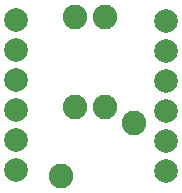
<source format=gbs>
G04 Layer: BottomSolderMaskLayer*
G04 EasyEDA v6.4.17, 2021-02-26T18:21:57--8:00*
G04 8b8fbf476556458dbc2708442f6af73b,8aa2c519e6c9466aa65df0ec0365893d,10*
G04 Gerber Generator version 0.2*
G04 Scale: 100 percent, Rotated: No, Reflected: No *
G04 Dimensions in millimeters *
G04 leading zeros omitted , absolute positions ,4 integer and 5 decimal *
%FSLAX45Y45*%
%MOMM*%

%ADD18C,2.0032*%
%ADD19C,2.0828*%

%LPD*%
D18*
G01*
X1280413Y-1531365D03*
G01*
X1280413Y-1785365D03*
G01*
X1280413Y-2039365D03*
G01*
X1280413Y-2293365D03*
G01*
X1280413Y-2547365D03*
G01*
X1280413Y-2801365D03*
D19*
G01*
X2029713Y-2264918D03*
G01*
X2029713Y-1502918D03*
G01*
X1775713Y-2264918D03*
G01*
X1775713Y-1502918D03*
G01*
X1660270Y-2852851D03*
G01*
X2276729Y-2404948D03*
D18*
G01*
X2552700Y-2552700D03*
G01*
X2552700Y-2806700D03*
G01*
X2552700Y-1536700D03*
G01*
X2552700Y-1790700D03*
G01*
X2552700Y-2044700D03*
G01*
X2552700Y-2298700D03*
M02*

</source>
